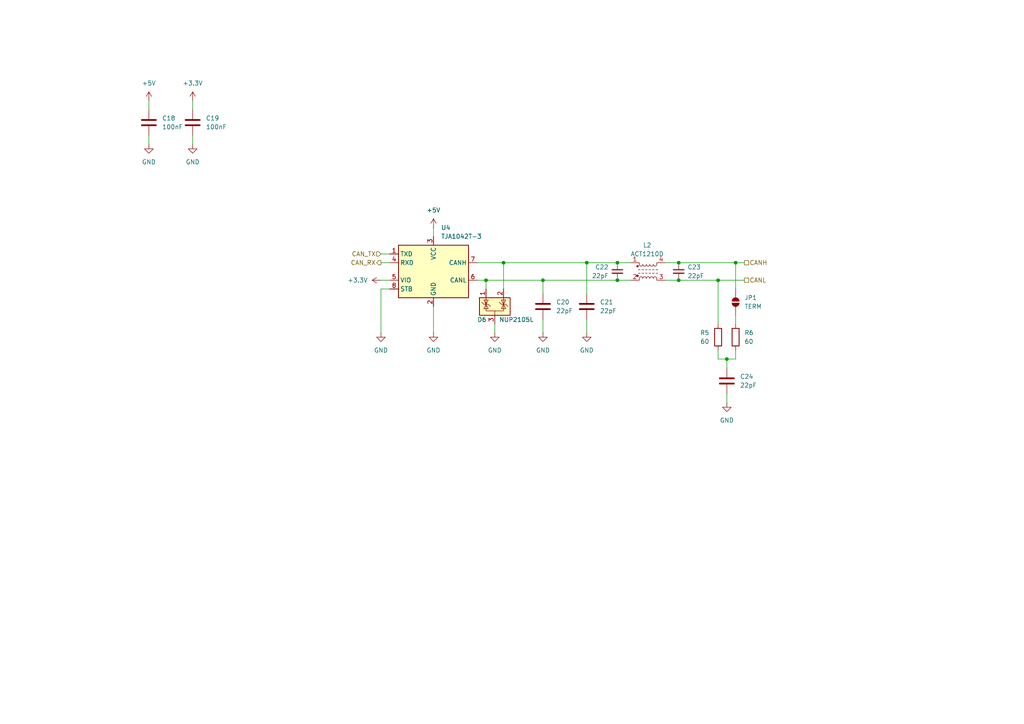
<source format=kicad_sch>
(kicad_sch (version 20231120) (generator "eeschema") (generator_version "8.0")
  (paper "A4")
  (lib_symbols
    (symbol "Device:C" (pin_numbers hide) (pin_names (offset 0.254))
      (property "Reference" "C" (at 0.635 2.54 0))
      (property "Value" "C" (at 0.635 -2.54 0))
      (symbol "C_0_1"
        (polyline (pts (xy -2.032 -0.762) (xy 2.032 -0.762)) (stroke (width 0.508)))
        (polyline (pts (xy -2.032 0.762) (xy 2.032 0.762)) (stroke (width 0.508)))
      )
      (symbol "C_1_1"
        (pin passive line (at 0 3.81 270) (length 2.794) (name "~") (number "1"))
        (pin passive line (at 0 -3.81 90) (length 2.794) (name "~") (number "2"))
      )
    )
    (symbol "Device:C_Small" (pin_numbers hide) (pin_names (offset 0.254) hide)
      (property "Reference" "C" (at 0.254 1.778 0))
      (property "Value" "C_Small" (at 0.254 -2.032 0))
      (symbol "C_Small_0_1"
        (polyline (pts (xy -1.524 -0.508) (xy 1.524 -0.508)) (stroke (width 0.3302)))
        (polyline (pts (xy -1.524 0.508) (xy 1.524 0.508)) (stroke (width 0.3048)))
      )
      (symbol "C_Small_1_1"
        (pin passive line (at 0 2.54 270) (length 2.032) (name "~") (number "1"))
        (pin passive line (at 0 -2.54 90) (length 2.032) (name "~") (number "2"))
      )
    )
    (symbol "Device:L_Ferrite_Coupled_1423" (pin_names (offset 0.254) hide)
      (property "Reference" "L" (at 0 4.445 0))
      (property "Value" "L_Ferrite_Coupled_1423" (at 0 -4.445 0))
      (symbol "L_Ferrite_Coupled_1423_0_1"
        (circle (center -3.048 -1.27) (radius 0.254) (fill (type outline)))
        (circle (center -3.048 1.524) (radius 0.254) (fill (type outline)))
        (arc (start -2.54 2.032) (mid -2.032 1.5262) (end -1.524 2.032))
        (arc (start -1.524 -2.032) (mid -2.032 -1.5262) (end -2.54 -2.032))
        (arc (start -1.524 2.032) (mid -1.016 1.5262) (end -0.508 2.032))
        (arc (start -0.508 -2.032) (mid -1.016 -1.5262) (end -1.524 -2.032))
        (arc (start -0.508 2.032) (mid 0 1.5262) (end 0.508 2.032))
        (polyline (pts (xy -2.794 -0.508) (xy -2.286 -0.508)))
        (polyline (pts (xy -2.794 0.508) (xy -2.286 0.508)))
        (polyline (pts (xy -2.54 -2.032) (xy -2.54 -2.54)))
        (polyline (pts (xy -2.54 2.032) (xy -2.54 2.54)))
        (polyline (pts (xy -1.778 -0.508) (xy -1.27 -0.508)))
        (polyline (pts (xy -1.778 0.508) (xy -1.27 0.508)))
        (polyline (pts (xy -0.762 -0.508) (xy -0.254 -0.508)))
        (polyline (pts (xy -0.762 0.508) (xy -0.254 0.508)))
        (polyline (pts (xy 0.254 -0.508) (xy 0.762 -0.508)))
        (polyline (pts (xy 0.254 0.508) (xy 0.762 0.508)))
        (polyline (pts (xy 1.27 -0.508) (xy 1.778 -0.508)))
        (polyline (pts (xy 1.27 0.508) (xy 1.778 0.508)))
        (polyline (pts (xy 2.286 -0.508) (xy 2.794 -0.508)))
        (polyline (pts (xy 2.286 0.508) (xy 2.794 0.508)))
        (polyline (pts (xy 2.54 -2.032) (xy 2.54 -2.54)))
        (polyline (pts (xy 2.54 2.54) (xy 2.54 2.032)))
        (arc (start 0.508 -2.032) (mid 0 -1.5262) (end -0.508 -2.032))
        (arc (start 0.508 2.032) (mid 1.016 1.5262) (end 1.524 2.032))
        (arc (start 1.524 -2.032) (mid 1.016 -1.5262) (end 0.508 -2.032))
        (arc (start 1.524 2.032) (mid 2.032 1.5262) (end 2.54 2.032))
        (arc (start 2.54 -2.032) (mid 2.032 -1.5262) (end 1.524 -2.032))
      )
      (symbol "L_Ferrite_Coupled_1423_1_1"
        (pin passive line (at -5.08 2.54 0) (length 2.54) (name "1") (number "1"))
        (pin passive line (at -5.08 -2.54 0) (length 2.54) (name "2") (number "2"))
        (pin passive line (at 5.08 -2.54 180) (length 2.54) (name "3") (number "3"))
        (pin passive line (at 5.08 2.54 180) (length 2.54) (name "4") (number "4"))
      )
    )
    (symbol "Device:R" (pin_numbers hide) (pin_names (offset 0))
      (property "Reference" "R" (at 2.032 0 90))
      (property "Value" "R" (at 0 0 90))
      (symbol "R_0_1"
        (rectangle (start -1.016 -2.54) (end 1.016 2.54) (stroke (width 0.254)))
      )
      (symbol "R_1_1"
        (pin passive line (at 0 3.81 270) (length 1.27) (name "~") (number "1"))
        (pin passive line (at 0 -3.81 90) (length 1.27) (name "~") (number "2"))
      )
    )
    (symbol "Interface_CAN_LIN:TJA1042T-3"
      (property "Reference" "U" (at -10.16 8.89 0))
      (property "Value" "TJA1042T-3" (at 1.27 8.89 0))
      (symbol "TJA1042T-3_0_1"
        (rectangle (start -10.16 7.62) (end 10.16 -7.62) (stroke (width 0.254)) (fill (type background)))
      )
      (symbol "TJA1042T-3_1_1"
        (pin input line (at -12.7 5.08 0) (length 2.54) (name "TXD") (number "1"))
        (pin power_in line (at 0 -10.16 90) (length 2.54) (name "GND") (number "2"))
        (pin power_in line (at 0 10.16 270) (length 2.54) (name "VCC") (number "3"))
        (pin output line (at -12.7 2.54 0) (length 2.54) (name "RXD") (number "4"))
        (pin power_in line (at -12.7 -2.54 0) (length 2.54) (name "VIO") (number "5"))
        (pin bidirectional line (at 12.7 -2.54 180) (length 2.54) (name "CANL") (number "6"))
        (pin bidirectional line (at 12.7 2.54 180) (length 2.54) (name "CANH") (number "7"))
        (pin input line (at -12.7 -5.08 0) (length 2.54) (name "STB") (number "8"))
      )
    )
    (symbol "Jumper:SolderJumper_2_Open" (pin_numbers hide) (pin_names (offset 0) hide) (exclude_from_sim yes) (in_bom no)
      (property "Reference" "JP" (at 0 2.032 0))
      (property "Value" "SolderJumper_2_Open" (at 0 -2.54 0))
      (symbol "SolderJumper_2_Open_0_1"
        (arc (start -0.254 1.016) (mid -1.2656 0) (end -0.254 -1.016))
        (arc (start -0.254 1.016) (mid -1.2656 0) (end -0.254 -1.016) (fill (type outline)))
        (polyline (pts (xy -0.254 1.016) (xy -0.254 -1.016)))
        (polyline (pts (xy 0.254 1.016) (xy 0.254 -1.016)))
        (arc (start 0.254 -1.016) (mid 1.2656 0) (end 0.254 1.016))
        (arc (start 0.254 -1.016) (mid 1.2656 0) (end 0.254 1.016) (fill (type outline)))
      )
      (symbol "SolderJumper_2_Open_1_1"
        (pin passive line (at -3.81 0 0) (length 2.54) (name "A") (number "1"))
        (pin passive line (at 3.81 0 180) (length 2.54) (name "B") (number "2"))
      )
    )
    (symbol "Power_Protection:NUP2105L" (pin_names hide)
      (property "Reference" "D" (at 5.715 2.54 0))
      (property "Value" "NUP2105L" (at 5.715 0.635 0))
      (symbol "NUP2105L_0_0"
        (pin passive line (at 0 -5.08 90) (length 2.54) (name "A") (number "3"))
      )
      (symbol "NUP2105L_0_1"
        (rectangle (start -4.445 2.54) (end 4.445 -2.54) (stroke (width 0.254)) (fill (type background)))
        (polyline (pts (xy -2.54 2.54) (xy -2.54 0.635)))
        (polyline (pts (xy 0 -1.27) (xy 0 -2.54)))
        (polyline (pts (xy 2.54 2.54) (xy 2.54 0.635)))
        (polyline (pts (xy -3.81 1.27) (xy -3.175 0.635) (xy -1.905 0.635) (xy -1.27 0)))
        (polyline (pts (xy -2.54 0.635) (xy -2.54 -1.27) (xy 2.54 -1.27) (xy 2.54 0.635)))
        (polyline (pts (xy -2.54 0.635) (xy -1.905 -0.635) (xy -3.175 -0.635) (xy -2.54 0.635)))
        (polyline (pts (xy 2.54 0.635) (xy 1.905 -0.635) (xy 3.175 -0.635) (xy 2.54 0.635)))
        (polyline (pts (xy 2.54 0.635) (xy 3.175 1.905) (xy 1.905 1.905) (xy 2.54 0.635)))
        (polyline (pts (xy -2.54 0.635) (xy -3.175 1.905) (xy -1.905 1.905) (xy -2.54 0.635) (xy -2.54 1.27)))
        (polyline (pts (xy 1.27 1.27) (xy 1.905 0.635) (xy 2.54 0.635) (xy 3.175 0.635) (xy 3.81 0)))
      )
      (symbol "NUP2105L_1_1"
        (pin passive line (at -2.54 5.08 270) (length 2.54) (name "K") (number "1"))
        (pin passive line (at 2.54 5.08 270) (length 2.54) (name "K") (number "2"))
      )
    )
    (symbol "power:+3.3V" (power) (pin_numbers hide) (pin_names (offset 0) hide)
      (property "Value" "+3.3V" (at 0 3.556 0))
      (symbol "+3.3V_0_1"
        (polyline (pts (xy -0.762 1.27) (xy 0 2.54)))
        (polyline (pts (xy 0 0) (xy 0 2.54)))
        (polyline (pts (xy 0 2.54) (xy 0.762 1.27)))
      )
      (symbol "+3.3V_1_1"
        (pin power_in line (at 0 0 90) (length 0) (name "~") (number "1"))
      )
    )
    (symbol "power:+5V" (power) (pin_numbers hide) (pin_names (offset 0) hide)
      (property "Value" "+5V" (at 0 3.556 0))
      (symbol "+5V_0_1"
        (polyline (pts (xy -0.762 1.27) (xy 0 2.54)))
        (polyline (pts (xy 0 0) (xy 0 2.54)))
        (polyline (pts (xy 0 2.54) (xy 0.762 1.27)))
      )
      (symbol "+5V_1_1"
        (pin power_in line (at 0 0 90) (length 0) (name "~") (number "1"))
      )
    )
    (symbol "power:GND" (power) (pin_numbers hide) (pin_names (offset 0) hide)
      (property "Value" "GND" (at 0 -3.81 0))
      (symbol "GND_0_1"
        (polyline (pts (xy 0 0) (xy 0 -1.27) (xy 1.27 -1.27) (xy 0 -2.54) (xy -1.27 -1.27) (xy 0 -1.27)))
      )
      (symbol "GND_1_1"
        (pin power_in line (at 0 0 270) (length 0) (name "~") (number "1"))
      )
    )
  )
  (junction (at 210.82 104.14))
  (junction (at 208.28 81.28))
  (junction (at 146.05 76.2))
  (junction (at 213.36 76.2))
  (junction (at 196.85 76.2))
  (junction (at 179.07 81.28))
  (junction (at 196.85 81.28))
  (junction (at 170.18 76.2))
  (junction (at 157.48 81.28))
  (junction (at 179.07 76.2))
  (junction (at 140.97 81.28))
  (wire (pts (xy 125.73 88.9) (xy 125.73 96.52)))
  (wire (pts (xy 110.49 81.28) (xy 113.03 81.28)))
  (wire (pts (xy 146.05 76.2) (xy 170.18 76.2)))
  (wire (pts (xy 193.04 81.28) (xy 196.85 81.28)))
  (wire (pts (xy 210.82 104.14) (xy 210.82 106.68)))
  (wire (pts (xy 110.49 76.2) (xy 113.03 76.2)))
  (wire (pts (xy 113.03 83.82) (xy 110.49 83.82)))
  (wire (pts (xy 110.49 83.82) (xy 110.49 96.52)))
  (wire (pts (xy 125.73 66.04) (xy 125.73 68.58)))
  (wire (pts (xy 138.43 81.28) (xy 140.97 81.28)))
  (wire (pts (xy 208.28 81.28) (xy 196.85 81.28)))
  (wire (pts (xy 179.07 76.2) (xy 182.88 76.2)))
  (wire (pts (xy 208.28 104.14) (xy 210.82 104.14)))
  (wire (pts (xy 170.18 76.2) (xy 170.18 85.09)))
  (wire (pts (xy 213.36 91.44) (xy 213.36 93.98)))
  (wire (pts (xy 208.28 81.28) (xy 215.9 81.28)))
  (wire (pts (xy 157.48 81.28) (xy 179.07 81.28)))
  (wire (pts (xy 55.88 29.21) (xy 55.88 31.75)))
  (wire (pts (xy 43.18 29.21) (xy 43.18 31.75)))
  (wire (pts (xy 213.36 83.82) (xy 213.36 76.2)))
  (wire (pts (xy 193.04 76.2) (xy 196.85 76.2)))
  (wire (pts (xy 43.18 39.37) (xy 43.18 41.91)))
  (wire (pts (xy 146.05 76.2) (xy 146.05 83.82)))
  (wire (pts (xy 55.88 39.37) (xy 55.88 41.91)))
  (wire (pts (xy 210.82 104.14) (xy 213.36 104.14)))
  (wire (pts (xy 157.48 92.71) (xy 157.48 96.52)))
  (wire (pts (xy 110.49 73.66) (xy 113.03 73.66)))
  (wire (pts (xy 210.82 114.3) (xy 210.82 116.84)))
  (wire (pts (xy 179.07 81.28) (xy 182.88 81.28)))
  (wire (pts (xy 140.97 81.28) (xy 157.48 81.28)))
  (wire (pts (xy 140.97 81.28) (xy 140.97 83.82)))
  (wire (pts (xy 143.51 93.98) (xy 143.51 96.52)))
  (wire (pts (xy 213.36 76.2) (xy 196.85 76.2)))
  (wire (pts (xy 213.36 104.14) (xy 213.36 101.6)))
  (wire (pts (xy 170.18 76.2) (xy 179.07 76.2)))
  (wire (pts (xy 208.28 101.6) (xy 208.28 104.14)))
  (wire (pts (xy 170.18 92.71) (xy 170.18 96.52)))
  (wire (pts (xy 208.28 93.98) (xy 208.28 81.28)))
  (wire (pts (xy 138.43 76.2) (xy 146.05 76.2)))
  (wire (pts (xy 213.36 76.2) (xy 215.9 76.2)))
  (wire (pts (xy 157.48 81.28) (xy 157.48 85.09)))
  (hierarchical_label "CAN_TX" (shape input) (at 110.49 73.66 180))
  (hierarchical_label "CAN_RX" (shape output) (at 110.49 76.2 180))
  (hierarchical_label "CANL" (shape passive) (at 215.9 81.28 0))
  (hierarchical_label "CANH" (shape passive) (at 215.9 76.2 0))
  (symbol (lib_id "power:GND") (at 170.18 96.52 0) (unit 1)
    (property "Reference" "#PWR060" (effects (hide yes)))
    (property "Value" "GND" (at 170.18 101.6 0))
    (property "Description" "Power symbol creates a global label with name \"GND\" , ground" (effects (hide yes)))
  )
  (symbol (lib_id "Device:C") (at 43.18 35.56 0) (unit 1)
    (property "Reference" "C18" (at 46.99 34.2899 0) (effects (justify left)))
    (property "Value" "100nF" (at 46.99 36.8299 0) (effects (justify left)))
    (property "Footprint" "Capacitor_SMD:C_0603_1608Metric" (effects (hide yes)))
    (property "Description" "Unpolarized capacitor" (effects (hide yes)))
    (property "JLCPCB" "C14663" (effects (hide yes)))
  )
  (symbol (lib_id "power:GND") (at 110.49 96.52 0) (unit 1)
    (property "Reference" "#PWR055" (effects (hide yes)))
    (property "Value" "GND" (at 110.49 101.6 0))
    (property "Description" "Power symbol creates a global label with name \"GND\" , ground" (effects (hide yes)))
  )
  (symbol (lib_id "Device:L_Ferrite_Coupled_1423") (at 187.96 78.74 0) (unit 1)
    (property "Reference" "L2" (at 187.706 71.12 0))
    (property "Value" "ACT1210D" (at 187.706 73.66 0))
    (property "Footprint" "aphid:ACT1210D" (effects (hide yes)))
    (property "Description" "Coupled inductor with ferrite core" (effects (hide yes)))
    (property "JLCPCB" "C3039743" (effects (hide yes)))
  )
  (symbol (lib_id "Device:R") (at 213.36 97.79 180) (unit 1)
    (property "Reference" "R6" (at 215.9 96.5199 0) (effects (justify right)))
    (property "Value" "60" (at 215.9 99.0599 0) (effects (justify right)))
    (property "Footprint" "Resistor_SMD:R_0603_1608Metric" (effects (hide yes)))
    (property "Description" "Resistor" (effects (hide yes)))
  )
  (symbol (lib_id "power:GND") (at 143.51 96.52 0) (unit 1)
    (property "Reference" "#PWR058" (effects (hide yes)))
    (property "Value" "GND" (at 143.51 101.6 0))
    (property "Description" "Power symbol creates a global label with name \"GND\" , ground" (effects (hide yes)))
  )
  (symbol (lib_id "power:GND") (at 157.48 96.52 0) (unit 1)
    (property "Reference" "#PWR059" (effects (hide yes)))
    (property "Value" "GND" (at 157.48 101.6 0))
    (property "Description" "Power symbol creates a global label with name \"GND\" , ground" (effects (hide yes)))
  )
  (symbol (lib_id "Device:C") (at 55.88 35.56 0) (unit 1)
    (property "Reference" "C19" (at 59.69 34.2899 0) (effects (justify left)))
    (property "Value" "100nF" (at 59.69 36.8299 0) (effects (justify left)))
    (property "Footprint" "Capacitor_SMD:C_0603_1608Metric" (effects (hide yes)))
    (property "Description" "Unpolarized capacitor" (effects (hide yes)))
    (property "JLCPCB" "C14663" (effects (hide yes)))
  )
  (symbol (lib_id "power:GND") (at 43.18 41.91 0) (unit 1)
    (property "Reference" "#PWR051" (effects (hide yes)))
    (property "Value" "GND" (at 43.18 46.99 0))
    (property "Description" "Power symbol creates a global label with name \"GND\" , ground" (effects (hide yes)))
  )
  (symbol (lib_id "Device:C") (at 170.18 88.9 0) (unit 1)
    (property "Reference" "C21" (at 173.99 87.6299 0) (effects (justify left)))
    (property "Value" "22pF" (at 173.99 90.1699 0) (effects (justify left)))
    (property "Footprint" "Capacitor_SMD:C_0603_1608Metric" (effects (hide yes)))
    (property "Description" "Unpolarized capacitor" (effects (hide yes)))
  )
  (symbol (lib_id "Device:C_Small") (at 179.07 78.74 0) (unit 1)
    (property "Reference" "C22" (at 176.53 77.4762 0) (effects (justify right)))
    (property "Value" "22pF" (at 176.53 80.0162 0) (effects (justify right)))
    (property "Footprint" "Capacitor_SMD:C_0603_1608Metric" (effects (hide yes)))
    (property "Description" "Unpolarized capacitor, small symbol" (effects (hide yes)))
  )
  (symbol (lib_id "Device:C") (at 210.82 110.49 0) (unit 1)
    (property "Reference" "C24" (at 214.63 109.2199 0) (effects (justify left)))
    (property "Value" "22pF" (at 214.63 111.7599 0) (effects (justify left)))
    (property "Footprint" "Capacitor_SMD:C_0603_1608Metric" (effects (hide yes)))
    (property "Description" "Unpolarized capacitor" (effects (hide yes)))
  )
  (symbol (lib_id "power:GND") (at 210.82 116.84 0) (unit 1)
    (property "Reference" "#PWR061" (effects (hide yes)))
    (property "Value" "GND" (at 210.82 121.92 0))
    (property "Description" "Power symbol creates a global label with name \"GND\" , ground" (effects (hide yes)))
  )
  (symbol (lib_id "Device:R") (at 208.28 97.79 0) (mirror x) (unit 1)
    (property "Reference" "R5" (at 205.74 96.5199 0) (effects (justify right)))
    (property "Value" "60" (at 205.74 99.0599 0) (effects (justify right)))
    (property "Footprint" "Resistor_SMD:R_0603_1608Metric" (effects (hide yes)))
    (property "Description" "Resistor" (effects (hide yes)))
  )
  (symbol (lib_id "power:+3.3V") (at 110.49 81.28 90) (unit 1)
    (property "Reference" "#PWR054" (effects (hide yes)))
    (property "Value" "+3.3V" (at 106.68 81.2799 90) (effects (justify left)))
    (property "Description" "Power symbol creates a global label with name \"+3.3V\"" (effects (hide yes)))
  )
  (symbol (lib_id "power:+5V") (at 43.18 29.21 0) (unit 1)
    (property "Reference" "#PWR050" (effects (hide yes)))
    (property "Value" "+5V" (at 43.18 24.13 0))
    (property "Description" "Power symbol creates a global label with name \"+5V\"" (effects (hide yes)))
  )
  (symbol (lib_id "Power_Protection:NUP2105L") (at 143.51 88.9 0) (unit 1)
    (property "Reference" "D6" (at 138.43 92.71 0) (effects (justify left)))
    (property "Value" "NUP2105L" (at 144.78 92.71 0) (effects (justify left)))
    (property "Footprint" "Package_TO_SOT_SMD:SOT-23" (effects (hide yes)))
    (property "Datasheet" "https://www.onsemi.com/pub_link/Collateral/NUP2105L-D.PDF" (effects (hide yes)))
    (property "Description" "Dual Line CAN Bus Protector, 24Vrwm" (effects (hide yes)))
  )
  (symbol (lib_id "Device:C") (at 157.48 88.9 0) (unit 1)
    (property "Reference" "C20" (at 161.29 87.6299 0) (effects (justify left)))
    (property "Value" "22pF" (at 161.29 90.1699 0) (effects (justify left)))
    (property "Footprint" "Capacitor_SMD:C_0603_1608Metric" (effects (hide yes)))
    (property "Description" "Unpolarized capacitor" (effects (hide yes)))
  )
  (symbol (lib_id "power:+3.3V") (at 55.88 29.21 0) (unit 1)
    (property "Reference" "#PWR052" (effects (hide yes)))
    (property "Value" "+3.3V" (at 55.88 24.13 0))
    (property "Description" "Power symbol creates a global label with name \"+3.3V\"" (effects (hide yes)))
  )
  (symbol (lib_id "Device:C_Small") (at 196.85 78.74 0) (mirror y) (unit 1)
    (property "Reference" "C23" (at 199.39 77.4762 0) (effects (justify right)))
    (property "Value" "22pF" (at 199.39 80.0162 0) (effects (justify right)))
    (property "Footprint" "Capacitor_SMD:C_0603_1608Metric" (effects (hide yes)))
    (property "Description" "Unpolarized capacitor, small symbol" (effects (hide yes)))
  )
  (symbol (lib_id "power:GND") (at 55.88 41.91 0) (unit 1)
    (property "Reference" "#PWR053" (effects (hide yes)))
    (property "Value" "GND" (at 55.88 46.99 0))
    (property "Description" "Power symbol creates a global label with name \"GND\" , ground" (effects (hide yes)))
  )
  (symbol (lib_id "power:+5V") (at 125.73 66.04 0) (unit 1)
    (property "Reference" "#PWR056" (effects (hide yes)))
    (property "Value" "+5V" (at 125.73 60.96 0))
    (property "Description" "Power symbol creates a global label with name \"+5V\"" (effects (hide yes)))
  )
  (symbol (lib_id "power:GND") (at 125.73 96.52 0) (unit 1)
    (property "Reference" "#PWR057" (effects (hide yes)))
    (property "Value" "GND" (at 125.73 101.6 0))
    (property "Description" "Power symbol creates a global label with name \"GND\" , ground" (effects (hide yes)))
  )
  (symbol (lib_id "Jumper:SolderJumper_2_Open") (at 213.36 87.63 90) (unit 1) (exclude_from_sim yes) (in_bom no)
    (property "Reference" "JP1" (at 215.9 86.3599 90) (effects (justify right)))
    (property "Value" "TERM" (at 215.9 88.8999 90) (effects (justify right)))
    (property "Footprint" "Jumper:SolderJumper-2_P1.3mm_Open_TrianglePad1.0x1.5mm" (effects (hide yes)))
    (property "Description" "Solder Jumper, 2-pole, open" (effects (hide yes)))
  )
  (symbol (lib_id "Interface_CAN_LIN:TJA1042T-3") (at 125.73 78.74 0) (unit 1)
    (property "Reference" "U4" (at 127.9241 66.04 0) (effects (justify left)))
    (property "Value" "TJA1042T-3" (at 127.9241 68.58 0) (effects (justify left)))
    (property "Footprint" "Package_SO:SOIC-8_3.9x4.9mm_P1.27mm" (effects (hide yes)))
    (property "Datasheet" "http://www.nxp.com/docs/en/data-sheet/TJA1042.pdf" (effects (hide yes)))
    (property "Description" "High-Speed CAN Transceiver, separate VIO, standby mode, SOIC-8" (effects (hide yes)))
  )
)
</source>
